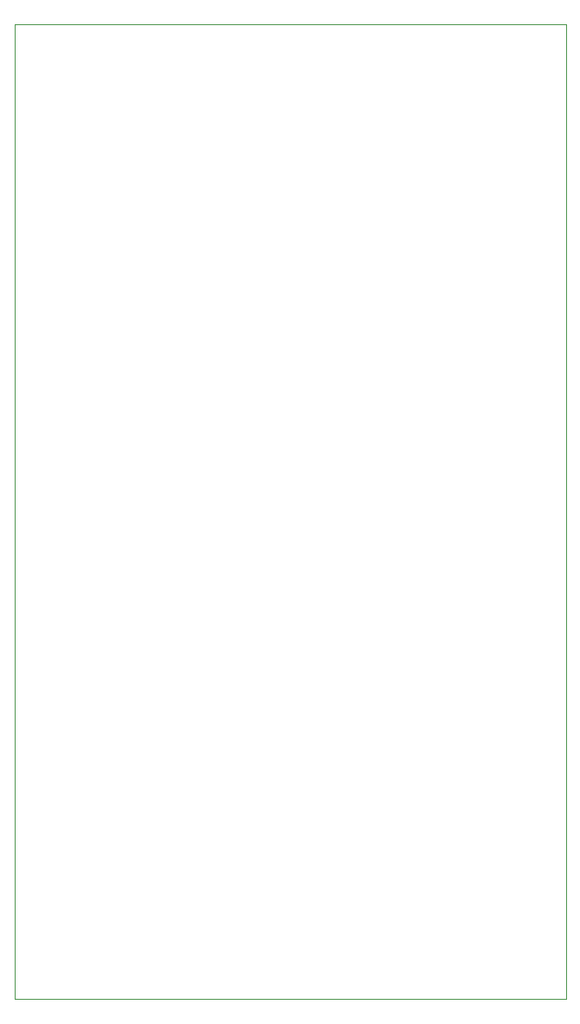
<source format=gbr>
%TF.GenerationSoftware,KiCad,Pcbnew,(5.1.10)-1*%
%TF.CreationDate,2022-09-02T22:27:05-04:00*%
%TF.ProjectId,dynamic clamp pcb,64796e61-6d69-4632-9063-6c616d702070,rev?*%
%TF.SameCoordinates,Original*%
%TF.FileFunction,Profile,NP*%
%FSLAX46Y46*%
G04 Gerber Fmt 4.6, Leading zero omitted, Abs format (unit mm)*
G04 Created by KiCad (PCBNEW (5.1.10)-1) date 2022-09-02 22:27:05*
%MOMM*%
%LPD*%
G01*
G04 APERTURE LIST*
%TA.AperFunction,Profile*%
%ADD10C,0.100000*%
%TD*%
G04 APERTURE END LIST*
D10*
X88265000Y-80010000D02*
X88265000Y-175260000D01*
X34290000Y-80010000D02*
X88265000Y-80010000D01*
X34290000Y-175260000D02*
X34290000Y-80010000D01*
X88265000Y-175260000D02*
X34290000Y-175260000D01*
M02*

</source>
